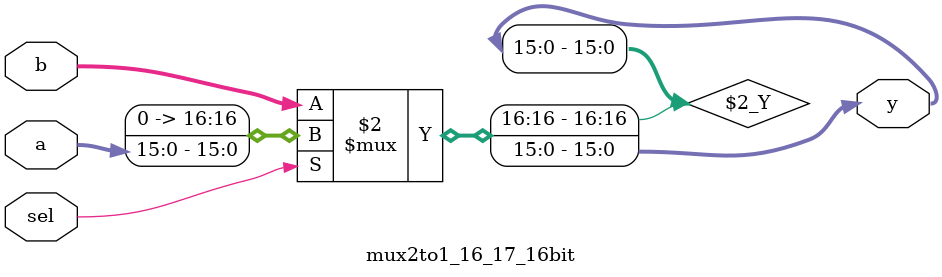
<source format=v>
module mux2to1_16_17_16bit(
    input [15:0] a,
    input [16:0] b,
    input wire sel,
    output wire [15:0] y
);
    // Lógica do MUX: se sel é 0, y recebe b; se sel é 1, y recebe a
    assign y = sel ? a : b;
endmodule

</source>
